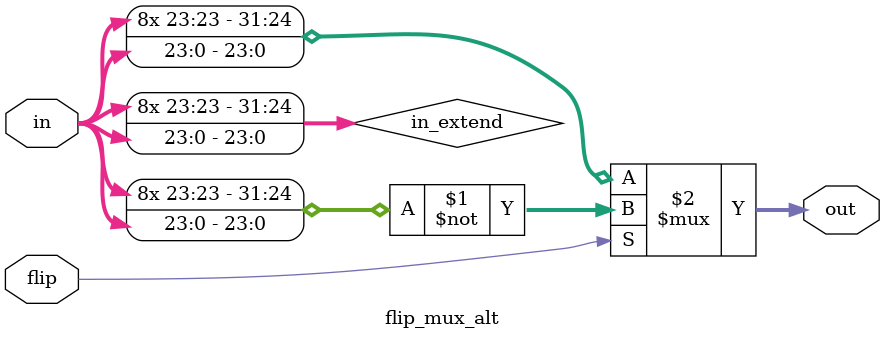
<source format=v>

module    flip_mux_alt
    (
        // Inputs
        input    wire    signed    [23:0]    in,
        input    wire                        flip,
        // Outputs
        output   wire    signed    [31:0]    out
    );
    
    wire    signed    [31:0]    in_extend;
    
    assign    in_extend    =    {{8{in[23]}},in};
    assign    out          =    flip    ?    ~in_extend    : in_extend;
    
endmodule

</source>
